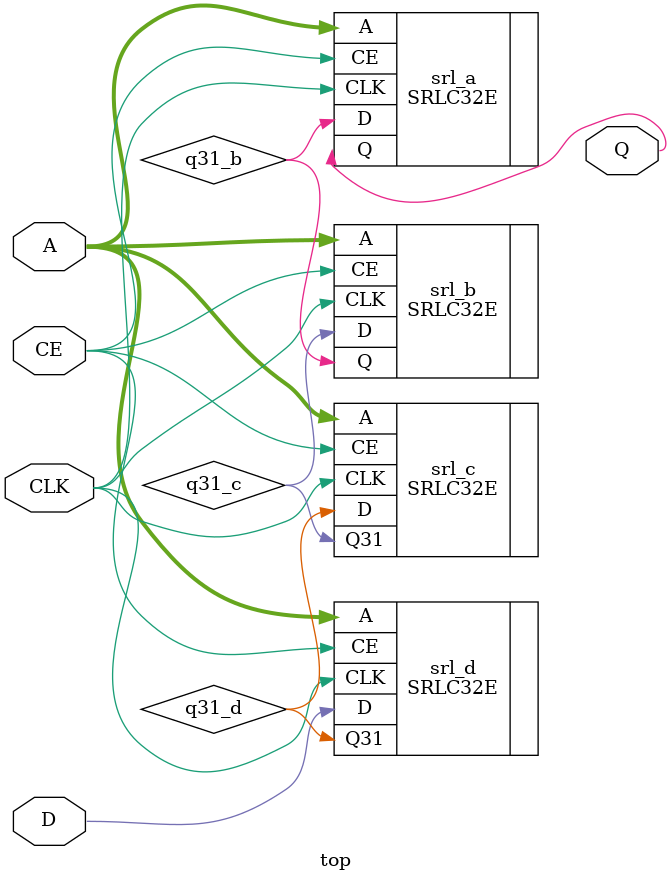
<source format=v>
module top
(
(* clock_buffer_type = "NONE" *)
input  wire CLK,
input  wire CE,
input  wire D,
input  wire [4:0] A,
output wire Q
);

  wire  q31_d;
  wire  q31_c;
  wire  q31_b;

  (* LOC="SLICE_X2Y0", BEL="D6LUT"  *)
  SRLC32E srl_d
  (
  .CLK    (CLK),
  .CE     (CE),
  .D      (D),
  .A      (A),
  .Q31    (q31_d)
  );

  (* LOC="SLICE_X2Y0", BEL="C6LUT"  *)
  SRLC32E srl_c
  (
  .CLK    (CLK),
  .CE     (CE),
  .D      (q31_d),
  .A      (A),
  .Q31    (q31_c)
  );

  (* LOC="SLICE_X2Y0", BEL="B6LUT"  *)
  SRLC32E srl_b
  (
  .CLK    (CLK),
  .CE     (CE),
  .D      (q31_c),
  .A      (A),
  .Q      (q31_b)
  );

  (* LOC="SLICE_X2Y0", BEL="A6LUT"  *)
  SRLC32E srl_a
  (
  .CLK    (CLK),
  .CE     (CE),
  .D      (q31_b),
  .A      (A),
  .Q      (Q)
  );

endmodule

</source>
